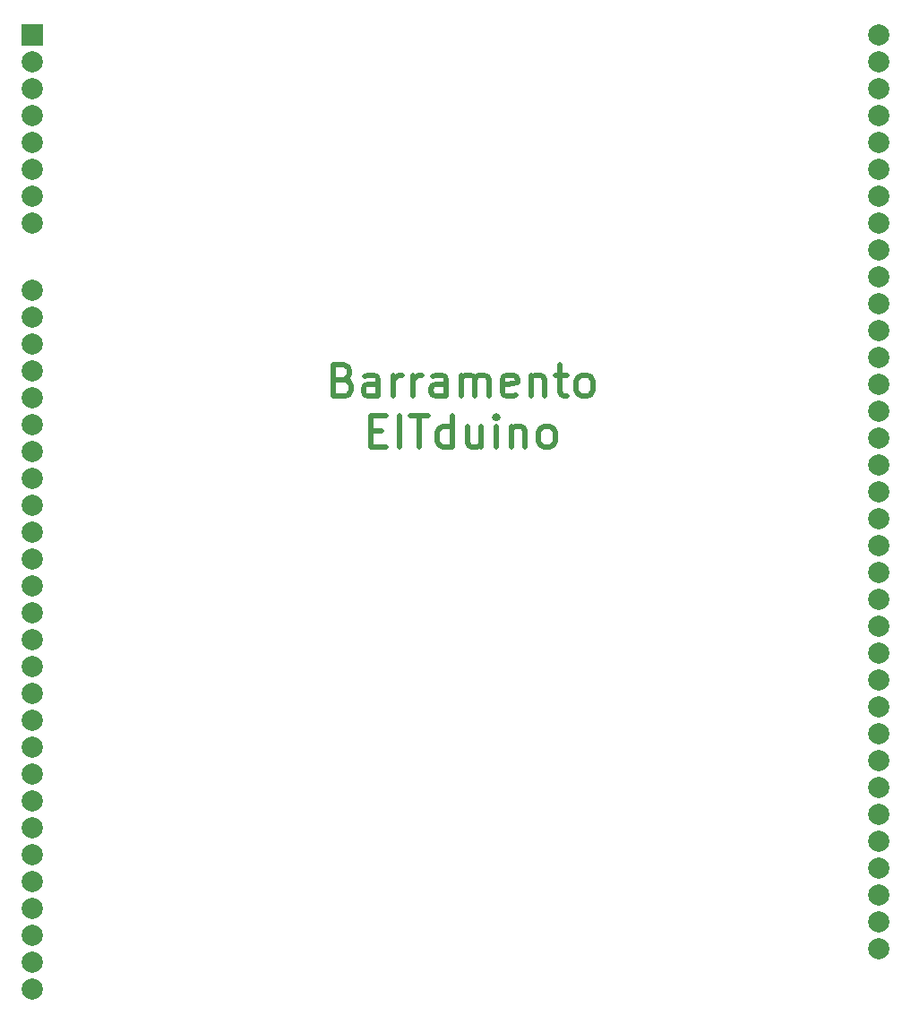
<source format=gbr>
%TF.GenerationSoftware,KiCad,Pcbnew,7.0.5-7.0.5~ubuntu20.04.1*%
%TF.CreationDate,2023-07-21T18:26:14-03:00*%
%TF.ProjectId,Barramento_EITduino,42617272-616d-4656-9e74-6f5f45495464,v01*%
%TF.SameCoordinates,Original*%
%TF.FileFunction,Copper,L2,Bot*%
%TF.FilePolarity,Positive*%
%FSLAX46Y46*%
G04 Gerber Fmt 4.6, Leading zero omitted, Abs format (unit mm)*
G04 Created by KiCad (PCBNEW 7.0.5-7.0.5~ubuntu20.04.1) date 2023-07-21 18:26:14*
%MOMM*%
%LPD*%
G01*
G04 APERTURE LIST*
%ADD10C,0.500000*%
%TA.AperFunction,NonConductor*%
%ADD11C,0.500000*%
%TD*%
%TA.AperFunction,ComponentPad*%
%ADD12C,2.000000*%
%TD*%
%TA.AperFunction,ComponentPad*%
%ADD13R,2.000000X2.000000*%
%TD*%
G04 APERTURE END LIST*
D10*
D11*
X136105713Y-89725428D02*
X136534285Y-89868285D01*
X136534285Y-89868285D02*
X136677142Y-90011142D01*
X136677142Y-90011142D02*
X136819999Y-90296857D01*
X136819999Y-90296857D02*
X136819999Y-90725428D01*
X136819999Y-90725428D02*
X136677142Y-91011142D01*
X136677142Y-91011142D02*
X136534285Y-91154000D01*
X136534285Y-91154000D02*
X136248570Y-91296857D01*
X136248570Y-91296857D02*
X135105713Y-91296857D01*
X135105713Y-91296857D02*
X135105713Y-88296857D01*
X135105713Y-88296857D02*
X136105713Y-88296857D01*
X136105713Y-88296857D02*
X136391428Y-88439714D01*
X136391428Y-88439714D02*
X136534285Y-88582571D01*
X136534285Y-88582571D02*
X136677142Y-88868285D01*
X136677142Y-88868285D02*
X136677142Y-89154000D01*
X136677142Y-89154000D02*
X136534285Y-89439714D01*
X136534285Y-89439714D02*
X136391428Y-89582571D01*
X136391428Y-89582571D02*
X136105713Y-89725428D01*
X136105713Y-89725428D02*
X135105713Y-89725428D01*
X139391428Y-91296857D02*
X139391428Y-89725428D01*
X139391428Y-89725428D02*
X139248570Y-89439714D01*
X139248570Y-89439714D02*
X138962856Y-89296857D01*
X138962856Y-89296857D02*
X138391428Y-89296857D01*
X138391428Y-89296857D02*
X138105713Y-89439714D01*
X139391428Y-91154000D02*
X139105713Y-91296857D01*
X139105713Y-91296857D02*
X138391428Y-91296857D01*
X138391428Y-91296857D02*
X138105713Y-91154000D01*
X138105713Y-91154000D02*
X137962856Y-90868285D01*
X137962856Y-90868285D02*
X137962856Y-90582571D01*
X137962856Y-90582571D02*
X138105713Y-90296857D01*
X138105713Y-90296857D02*
X138391428Y-90154000D01*
X138391428Y-90154000D02*
X139105713Y-90154000D01*
X139105713Y-90154000D02*
X139391428Y-90011142D01*
X140819999Y-91296857D02*
X140819999Y-89296857D01*
X140819999Y-89868285D02*
X140962856Y-89582571D01*
X140962856Y-89582571D02*
X141105714Y-89439714D01*
X141105714Y-89439714D02*
X141391428Y-89296857D01*
X141391428Y-89296857D02*
X141677142Y-89296857D01*
X142677142Y-91296857D02*
X142677142Y-89296857D01*
X142677142Y-89868285D02*
X142819999Y-89582571D01*
X142819999Y-89582571D02*
X142962857Y-89439714D01*
X142962857Y-89439714D02*
X143248571Y-89296857D01*
X143248571Y-89296857D02*
X143534285Y-89296857D01*
X145820000Y-91296857D02*
X145820000Y-89725428D01*
X145820000Y-89725428D02*
X145677142Y-89439714D01*
X145677142Y-89439714D02*
X145391428Y-89296857D01*
X145391428Y-89296857D02*
X144820000Y-89296857D01*
X144820000Y-89296857D02*
X144534285Y-89439714D01*
X145820000Y-91154000D02*
X145534285Y-91296857D01*
X145534285Y-91296857D02*
X144820000Y-91296857D01*
X144820000Y-91296857D02*
X144534285Y-91154000D01*
X144534285Y-91154000D02*
X144391428Y-90868285D01*
X144391428Y-90868285D02*
X144391428Y-90582571D01*
X144391428Y-90582571D02*
X144534285Y-90296857D01*
X144534285Y-90296857D02*
X144820000Y-90154000D01*
X144820000Y-90154000D02*
X145534285Y-90154000D01*
X145534285Y-90154000D02*
X145820000Y-90011142D01*
X147248571Y-91296857D02*
X147248571Y-89296857D01*
X147248571Y-89582571D02*
X147391428Y-89439714D01*
X147391428Y-89439714D02*
X147677143Y-89296857D01*
X147677143Y-89296857D02*
X148105714Y-89296857D01*
X148105714Y-89296857D02*
X148391428Y-89439714D01*
X148391428Y-89439714D02*
X148534286Y-89725428D01*
X148534286Y-89725428D02*
X148534286Y-91296857D01*
X148534286Y-89725428D02*
X148677143Y-89439714D01*
X148677143Y-89439714D02*
X148962857Y-89296857D01*
X148962857Y-89296857D02*
X149391428Y-89296857D01*
X149391428Y-89296857D02*
X149677143Y-89439714D01*
X149677143Y-89439714D02*
X149820000Y-89725428D01*
X149820000Y-89725428D02*
X149820000Y-91296857D01*
X152391428Y-91154000D02*
X152105714Y-91296857D01*
X152105714Y-91296857D02*
X151534286Y-91296857D01*
X151534286Y-91296857D02*
X151248571Y-91154000D01*
X151248571Y-91154000D02*
X151105714Y-90868285D01*
X151105714Y-90868285D02*
X151105714Y-89725428D01*
X151105714Y-89725428D02*
X151248571Y-89439714D01*
X151248571Y-89439714D02*
X151534286Y-89296857D01*
X151534286Y-89296857D02*
X152105714Y-89296857D01*
X152105714Y-89296857D02*
X152391428Y-89439714D01*
X152391428Y-89439714D02*
X152534286Y-89725428D01*
X152534286Y-89725428D02*
X152534286Y-90011142D01*
X152534286Y-90011142D02*
X151105714Y-90296857D01*
X153820000Y-89296857D02*
X153820000Y-91296857D01*
X153820000Y-89582571D02*
X153962857Y-89439714D01*
X153962857Y-89439714D02*
X154248572Y-89296857D01*
X154248572Y-89296857D02*
X154677143Y-89296857D01*
X154677143Y-89296857D02*
X154962857Y-89439714D01*
X154962857Y-89439714D02*
X155105715Y-89725428D01*
X155105715Y-89725428D02*
X155105715Y-91296857D01*
X156105715Y-89296857D02*
X157248572Y-89296857D01*
X156534286Y-88296857D02*
X156534286Y-90868285D01*
X156534286Y-90868285D02*
X156677143Y-91154000D01*
X156677143Y-91154000D02*
X156962858Y-91296857D01*
X156962858Y-91296857D02*
X157248572Y-91296857D01*
X158677144Y-91296857D02*
X158391429Y-91154000D01*
X158391429Y-91154000D02*
X158248572Y-91011142D01*
X158248572Y-91011142D02*
X158105715Y-90725428D01*
X158105715Y-90725428D02*
X158105715Y-89868285D01*
X158105715Y-89868285D02*
X158248572Y-89582571D01*
X158248572Y-89582571D02*
X158391429Y-89439714D01*
X158391429Y-89439714D02*
X158677144Y-89296857D01*
X158677144Y-89296857D02*
X159105715Y-89296857D01*
X159105715Y-89296857D02*
X159391429Y-89439714D01*
X159391429Y-89439714D02*
X159534287Y-89582571D01*
X159534287Y-89582571D02*
X159677144Y-89868285D01*
X159677144Y-89868285D02*
X159677144Y-90725428D01*
X159677144Y-90725428D02*
X159534287Y-91011142D01*
X159534287Y-91011142D02*
X159391429Y-91154000D01*
X159391429Y-91154000D02*
X159105715Y-91296857D01*
X159105715Y-91296857D02*
X158677144Y-91296857D01*
X138677142Y-94555428D02*
X139677142Y-94555428D01*
X140105714Y-96126857D02*
X138677142Y-96126857D01*
X138677142Y-96126857D02*
X138677142Y-93126857D01*
X138677142Y-93126857D02*
X140105714Y-93126857D01*
X141391428Y-96126857D02*
X141391428Y-93126857D01*
X142391428Y-93126857D02*
X144105714Y-93126857D01*
X143248571Y-96126857D02*
X143248571Y-93126857D01*
X146391428Y-96126857D02*
X146391428Y-93126857D01*
X146391428Y-95984000D02*
X146105713Y-96126857D01*
X146105713Y-96126857D02*
X145534285Y-96126857D01*
X145534285Y-96126857D02*
X145248570Y-95984000D01*
X145248570Y-95984000D02*
X145105713Y-95841142D01*
X145105713Y-95841142D02*
X144962856Y-95555428D01*
X144962856Y-95555428D02*
X144962856Y-94698285D01*
X144962856Y-94698285D02*
X145105713Y-94412571D01*
X145105713Y-94412571D02*
X145248570Y-94269714D01*
X145248570Y-94269714D02*
X145534285Y-94126857D01*
X145534285Y-94126857D02*
X146105713Y-94126857D01*
X146105713Y-94126857D02*
X146391428Y-94269714D01*
X149105714Y-94126857D02*
X149105714Y-96126857D01*
X147819999Y-94126857D02*
X147819999Y-95698285D01*
X147819999Y-95698285D02*
X147962856Y-95984000D01*
X147962856Y-95984000D02*
X148248571Y-96126857D01*
X148248571Y-96126857D02*
X148677142Y-96126857D01*
X148677142Y-96126857D02*
X148962856Y-95984000D01*
X148962856Y-95984000D02*
X149105714Y-95841142D01*
X150534285Y-96126857D02*
X150534285Y-94126857D01*
X150534285Y-93126857D02*
X150391428Y-93269714D01*
X150391428Y-93269714D02*
X150534285Y-93412571D01*
X150534285Y-93412571D02*
X150677142Y-93269714D01*
X150677142Y-93269714D02*
X150534285Y-93126857D01*
X150534285Y-93126857D02*
X150534285Y-93412571D01*
X151962856Y-94126857D02*
X151962856Y-96126857D01*
X151962856Y-94412571D02*
X152105713Y-94269714D01*
X152105713Y-94269714D02*
X152391428Y-94126857D01*
X152391428Y-94126857D02*
X152819999Y-94126857D01*
X152819999Y-94126857D02*
X153105713Y-94269714D01*
X153105713Y-94269714D02*
X153248571Y-94555428D01*
X153248571Y-94555428D02*
X153248571Y-96126857D01*
X155105714Y-96126857D02*
X154819999Y-95984000D01*
X154819999Y-95984000D02*
X154677142Y-95841142D01*
X154677142Y-95841142D02*
X154534285Y-95555428D01*
X154534285Y-95555428D02*
X154534285Y-94698285D01*
X154534285Y-94698285D02*
X154677142Y-94412571D01*
X154677142Y-94412571D02*
X154819999Y-94269714D01*
X154819999Y-94269714D02*
X155105714Y-94126857D01*
X155105714Y-94126857D02*
X155534285Y-94126857D01*
X155534285Y-94126857D02*
X155819999Y-94269714D01*
X155819999Y-94269714D02*
X155962857Y-94412571D01*
X155962857Y-94412571D02*
X156105714Y-94698285D01*
X156105714Y-94698285D02*
X156105714Y-95555428D01*
X156105714Y-95555428D02*
X155962857Y-95841142D01*
X155962857Y-95841142D02*
X155819999Y-95984000D01*
X155819999Y-95984000D02*
X155534285Y-96126857D01*
X155534285Y-96126857D02*
X155105714Y-96126857D01*
D12*
%TO.P,J4,1,Pin_1*%
%TO.N,SINC*%
X186690000Y-57150000D03*
%TO.P,J4,2,Pin_2*%
%TO.N,SPI_COPI*%
X186690000Y-59690000D03*
%TO.P,J4,3,Pin_3*%
%TO.N,SPI_CIPO*%
X186690000Y-62230000D03*
%TO.P,J4,4,Pin_4*%
%TO.N,SPI_clk*%
X186690000Y-64770000D03*
%TO.P,J4,5,Pin_5*%
%TO.N,CS (AD9833)*%
X186690000Y-67310000D03*
%TO.P,J4,6,Pin_6*%
%TO.N,CS (X9c10x)*%
X186690000Y-69850000D03*
%TO.P,J4,7,Pin_7*%
%TO.N,unconnected-(J4-Pin_7-Pad7)*%
X186690000Y-72390000D03*
%TO.P,J4,8,Pin_8*%
%TO.N,unconnected-(J4-Pin_8-Pad8)*%
X186690000Y-74930000D03*
%TO.P,J4,9,Pin_9*%
%TO.N,unconnected-(J4-Pin_9-Pad9)*%
X186690000Y-77470000D03*
%TO.P,J4,10,Pin_10*%
%TO.N,unconnected-(J4-Pin_10-Pad10)*%
X186690000Y-80010000D03*
%TO.P,J4,11,Pin_11*%
%TO.N,unconnected-(J4-Pin_11-Pad11)*%
X186690000Y-82550000D03*
%TO.P,J4,12,Pin_12*%
%TO.N,unconnected-(J4-Pin_12-Pad12)*%
X186690000Y-85090000D03*
%TO.P,J4,13,Pin_13*%
%TO.N,unconnected-(J4-Pin_13-Pad13)*%
X186690000Y-87630000D03*
%TO.P,J4,14,Pin_14*%
%TO.N,unconnected-(J4-Pin_14-Pad14)*%
X186690000Y-90170000D03*
%TO.P,J4,15,Pin_15*%
%TO.N,unconnected-(J4-Pin_15-Pad15)*%
X186690000Y-92710000D03*
%TO.P,J4,16,Pin_16*%
%TO.N,unconnected-(J4-Pin_16-Pad16)*%
X186690000Y-95250000D03*
%TO.P,J4,17,Pin_17*%
%TO.N,unconnected-(J4-Pin_17-Pad17)*%
X186690000Y-97790000D03*
%TO.P,J4,18,Pin_18*%
%TO.N,unconnected-(J4-Pin_18-Pad18)*%
X186690000Y-100330000D03*
%TO.P,J4,19,Pin_19*%
%TO.N,unconnected-(J4-Pin_19-Pad19)*%
X186690000Y-102870000D03*
%TO.P,J4,20,Pin_20*%
%TO.N,unconnected-(J4-Pin_20-Pad20)*%
X186690000Y-105410000D03*
%TO.P,J4,21,Pin_21*%
%TO.N,unconnected-(J4-Pin_21-Pad21)*%
X186690000Y-107950000D03*
%TO.P,J4,22,Pin_22*%
%TO.N,X9x10x_INC*%
X186690000Y-110490000D03*
%TO.P,J4,23,Pin_23*%
%TO.N,X9x10x_U{slash}D*%
X186690000Y-113030000D03*
%TO.P,J4,24,Pin_24*%
%TO.N,unconnected-(J4-Pin_24-Pad24)*%
X186690000Y-115570000D03*
%TO.P,J4,25,Pin_25*%
%TO.N,unconnected-(J4-Pin_25-Pad25)*%
X186690000Y-118110000D03*
%TO.P,J4,26,Pin_26*%
%TO.N,unconnected-(J4-Pin_26-Pad26)*%
X186690000Y-120650000D03*
%TO.P,J4,27,Pin_27*%
%TO.N,unconnected-(J4-Pin_27-Pad27)*%
X186690000Y-123190000D03*
%TO.P,J4,28,Pin_28*%
%TO.N,unconnected-(J4-Pin_28-Pad28)*%
X186690000Y-125730000D03*
%TO.P,J4,29,Pin_29*%
%TO.N,unconnected-(J4-Pin_29-Pad29)*%
X186690000Y-128270000D03*
%TO.P,J4,30,Pin_30*%
%TO.N,SCL3*%
X186690000Y-130810000D03*
%TO.P,J4,31,Pin_31*%
%TO.N,SDA3*%
X186690000Y-133350000D03*
%TO.P,J4,32,Pin_32*%
%TO.N,SCL2*%
X186690000Y-135890000D03*
%TO.P,J4,33,Pin_33*%
%TO.N,SDA2*%
X186690000Y-138430000D03*
%TO.P,J4,34,Pin_34*%
%TO.N,SCL1*%
X186690000Y-140970000D03*
%TO.P,J4,35,Pin_35*%
%TO.N,SDA1*%
X186690000Y-143510000D03*
%TD*%
D13*
%TO.P,J2,1,Pin_1*%
%TO.N,Earth*%
X106680000Y-57150000D03*
D12*
%TO.P,J2,2,Pin_2*%
%TO.N,+12V*%
X106680000Y-59690000D03*
%TO.P,J2,3,Pin_3*%
%TO.N,-12V*%
X106680000Y-62230000D03*
%TO.P,J2,4,Pin_4*%
%TO.N,+9V*%
X106680000Y-64770000D03*
%TO.P,J2,5,Pin_5*%
%TO.N,-9V*%
X106680000Y-67310000D03*
%TO.P,J2,6,Pin_6*%
%TO.N,+5V*%
X106680000Y-69850000D03*
%TO.P,J2,7,Pin_7*%
%TO.N,-5V*%
X106680000Y-72390000D03*
%TO.P,J2,8,Pin_8*%
%TO.N,+3.3V*%
X106680000Y-74930000D03*
%TD*%
%TO.P,J3,1,Pin_1*%
%TO.N,unconnected-(J3-Pin_1-Pad1)*%
X106680000Y-81280000D03*
%TO.P,J3,2,Pin_2*%
%TO.N,unconnected-(J3-Pin_2-Pad2)*%
X106680000Y-83820000D03*
%TO.P,J3,3,Pin_3*%
%TO.N,unconnected-(J3-Pin_3-Pad3)*%
X106680000Y-86360000D03*
%TO.P,J3,4,Pin_4*%
%TO.N,unconnected-(J3-Pin_4-Pad4)*%
X106680000Y-88900000D03*
%TO.P,J3,5,Pin_5*%
%TO.N,unconnected-(J3-Pin_5-Pad5)*%
X106680000Y-91440000D03*
%TO.P,J3,6,Pin_6*%
%TO.N,unconnected-(J3-Pin_6-Pad6)*%
X106680000Y-93980000D03*
%TO.P,J3,7,Pin_7*%
%TO.N,unconnected-(J3-Pin_7-Pad7)*%
X106680000Y-96520000D03*
%TO.P,J3,8,Pin_8*%
%TO.N,unconnected-(J3-Pin_8-Pad8)*%
X106680000Y-99060000D03*
%TO.P,J3,9,Pin_9*%
%TO.N,unconnected-(J3-Pin_9-Pad9)*%
X106680000Y-101600000D03*
%TO.P,J3,10,Pin_10*%
%TO.N,unconnected-(J3-Pin_10-Pad10)*%
X106680000Y-104140000D03*
%TO.P,J3,11,Pin_11*%
%TO.N,unconnected-(J3-Pin_11-Pad11)*%
X106680000Y-106680000D03*
%TO.P,J3,12,Pin_12*%
%TO.N,unconnected-(J3-Pin_12-Pad12)*%
X106680000Y-109220000D03*
%TO.P,J3,13,Pin_13*%
%TO.N,unconnected-(J3-Pin_13-Pad13)*%
X106680000Y-111760000D03*
%TO.P,J3,14,Pin_14*%
%TO.N,unconnected-(J3-Pin_14-Pad14)*%
X106680000Y-114300000D03*
%TO.P,J3,15,Pin_15*%
%TO.N,unconnected-(J3-Pin_15-Pad15)*%
X106680000Y-116840000D03*
%TO.P,J3,16,Pin_16*%
%TO.N,unconnected-(J3-Pin_16-Pad16)*%
X106680000Y-119380000D03*
%TO.P,J3,17,Pin_17*%
%TO.N,unconnected-(J3-Pin_17-Pad17)*%
X106680000Y-121920000D03*
%TO.P,J3,18,Pin_18*%
%TO.N,unconnected-(J3-Pin_18-Pad18)*%
X106680000Y-124460000D03*
%TO.P,J3,19,Pin_19*%
%TO.N,unconnected-(J3-Pin_19-Pad19)*%
X106680000Y-127000000D03*
%TO.P,J3,20,Pin_20*%
%TO.N,I1*%
X106680000Y-129540000D03*
%TO.P,J3,21,Pin_21*%
%TO.N,I2*%
X106680000Y-132080000D03*
%TO.P,J3,22,Pin_22*%
%TO.N,Ampl1*%
X106680000Y-134620000D03*
%TO.P,J3,23,Pin_23*%
%TO.N,Ampl2*%
X106680000Y-137160000D03*
%TO.P,J3,24,Pin_24*%
%TO.N,Sin1*%
X106680000Y-139700000D03*
%TO.P,J3,25,Pin_25*%
%TO.N,Sin2*%
X106680000Y-142240000D03*
%TO.P,J3,26,Pin_26*%
%TO.N,SinA*%
X106680000Y-144780000D03*
%TO.P,J3,27,Pin_27*%
%TO.N,SinB*%
X106680000Y-147320000D03*
%TD*%
M02*

</source>
